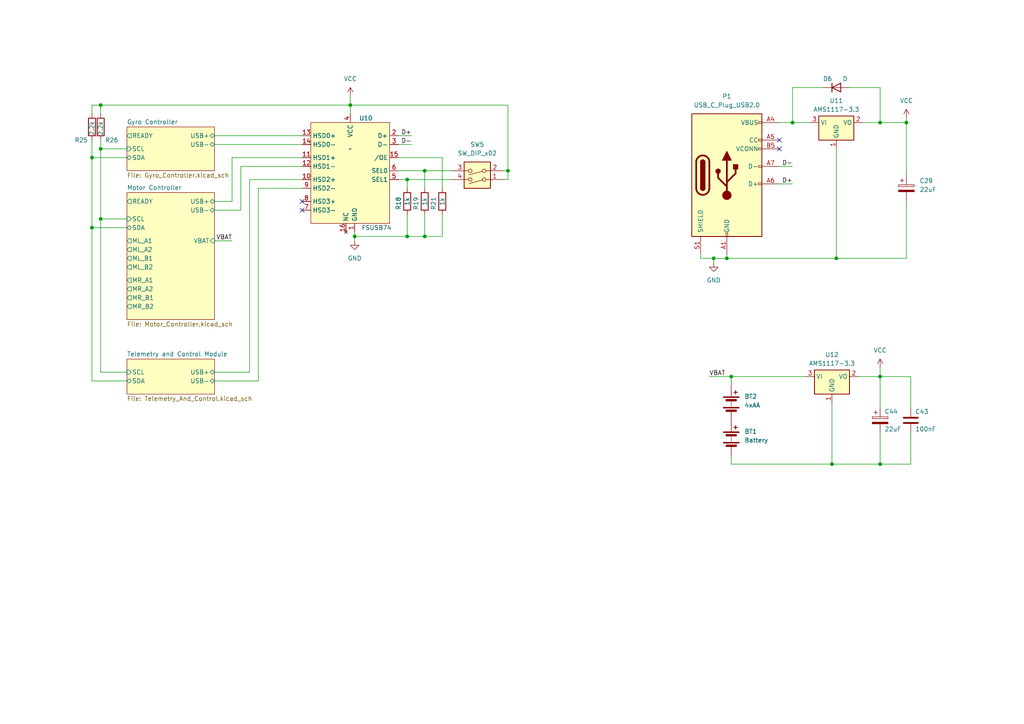
<source format=kicad_sch>
(kicad_sch (version 20230121) (generator eeschema)
  (paper "A4")
  (lib_symbols
    (symbol "Connector:USB_C_Plug_USB2.0" (pin_names (offset 1.016))
      (property "Reference" "P" (at -10.16 19.05 0))
      (property "Value" "USB_C_Plug_USB2.0" (at 12.7 19.05 0))
      (symbol "USB_C_Plug_USB2.0_0_0"
        (rectangle (start -0.254 -17.78) (end 0.254 -16.764))
        (rectangle (start 10.16 -2.286) (end 9.144 -2.794))
        (rectangle (start 10.16 2.794) (end 9.144 2.286))
        (rectangle (start 10.16 7.874) (end 9.144 7.366))
        (rectangle (start 10.16 10.414) (end 9.144 9.906))
        (rectangle (start 10.16 15.494) (end 9.144 14.986))
      )
      (symbol "USB_C_Plug_USB2.0_0_1"
        (rectangle (start -10.16 17.78) (end 10.16 -17.78) (stroke (width 0.254)) (fill (type background)))
        (arc (start -8.89 -3.81) (mid -6.985 -5.7067) (end -5.08 -3.81) (stroke (width 0.508)))
        (arc (start -7.62 -3.81) (mid -6.985 -4.4423) (end -6.35 -3.81) (stroke (width 0.254)))
        (arc (start -7.62 -3.81) (mid -6.985 -4.4423) (end -6.35 -3.81) (stroke (width 0.254)) (fill (type outline)))
        (rectangle (start -7.62 -3.81) (end -6.35 3.81) (stroke (width 0.254)) (fill (type outline)))
        (arc (start -6.35 3.81) (mid -6.985 4.4423) (end -7.62 3.81) (stroke (width 0.254)))
        (arc (start -6.35 3.81) (mid -6.985 4.4423) (end -7.62 3.81) (stroke (width 0.254)) (fill (type outline)))
        (arc (start -5.08 3.81) (mid -6.985 5.7067) (end -8.89 3.81) (stroke (width 0.508)))
        (circle (center -2.54 1.143) (radius 0.635) (stroke (width 0.254)) (fill (type outline)))
        (circle (center 0 -5.842) (radius 1.27) (fill (type outline)))
        (polyline (pts (xy -8.89 -3.81) (xy -8.89 3.81)) (stroke (width 0.508)))
        (polyline (pts (xy -5.08 3.81) (xy -5.08 -3.81)) (stroke (width 0.508)))
        (polyline (pts (xy 0 -5.842) (xy 0 4.318)) (stroke (width 0.508)))
        (polyline (pts (xy 0 -3.302) (xy -2.54 -0.762) (xy -2.54 0.508)) (stroke (width 0.508)))
        (polyline (pts (xy 0 -2.032) (xy 2.54 0.508) (xy 2.54 1.778)) (stroke (width 0.508)))
        (polyline (pts (xy -1.27 4.318) (xy 0 6.858) (xy 1.27 4.318) (xy -1.27 4.318)) (stroke (width 0.254)) (fill (type outline)))
        (rectangle (start 1.905 1.778) (end 3.175 3.048) (stroke (width 0.254)) (fill (type outline)))
      )
      (symbol "USB_C_Plug_USB2.0_1_1"
        (pin passive line (at 0 -22.86 90) (length 5.08) (name "GND") (number "A1"))
        (pin passive line (at 0 -22.86 90) (length 5.08) hide (name "GND") (number "A12"))
        (pin passive line (at 15.24 15.24 180) (length 5.08) (name "VBUS") (number "A4"))
        (pin bidirectional line (at 15.24 10.16 180) (length 5.08) (name "CC") (number "A5"))
        (pin bidirectional line (at 15.24 -2.54 180) (length 5.08) (name "D+") (number "A6"))
        (pin bidirectional line (at 15.24 2.54 180) (length 5.08) (name "D-") (number "A7"))
        (pin passive line (at 15.24 15.24 180) (length 5.08) hide (name "VBUS") (number "A9"))
        (pin passive line (at 0 -22.86 90) (length 5.08) hide (name "GND") (number "B1"))
        (pin passive line (at 0 -22.86 90) (length 5.08) hide (name "GND") (number "B12"))
        (pin passive line (at 15.24 15.24 180) (length 5.08) hide (name "VBUS") (number "B4"))
        (pin bidirectional line (at 15.24 7.62 180) (length 5.08) (name "VCONN") (number "B5"))
        (pin passive line (at 15.24 15.24 180) (length 5.08) hide (name "VBUS") (number "B9"))
        (pin passive line (at -7.62 -22.86 90) (length 5.08) (name "SHIELD") (number "S1"))
      )
    )
    (symbol "Device:Battery" (pin_numbers hide) (pin_names (offset 0) hide)
      (property "Reference" "BT" (at 2.54 2.54 0))
      (property "Value" "Battery" (at 2.54 0 0))
      (symbol "Battery_0_1"
        (rectangle (start -2.286 -1.27) (end 2.286 -1.524) (fill (type outline)))
        (rectangle (start -2.286 1.778) (end 2.286 1.524) (fill (type outline)))
        (rectangle (start -1.524 -2.032) (end 1.524 -2.54) (fill (type outline)))
        (rectangle (start -1.524 1.016) (end 1.524 0.508) (fill (type outline)))
        (polyline (pts (xy 0 -1.016) (xy 0 -0.762)))
        (polyline (pts (xy 0 -0.508) (xy 0 -0.254)))
        (polyline (pts (xy 0 0) (xy 0 0.254)))
        (polyline (pts (xy 0 1.778) (xy 0 2.54)))
        (polyline (pts (xy 0.762 3.048) (xy 1.778 3.048)) (stroke (width 0.254)))
        (polyline (pts (xy 1.27 3.556) (xy 1.27 2.54)) (stroke (width 0.254)))
      )
      (symbol "Battery_1_1"
        (pin passive line (at 0 5.08 270) (length 2.54) (name "+") (number "1"))
        (pin passive line (at 0 -5.08 90) (length 2.54) (name "-") (number "2"))
      )
    )
    (symbol "Device:C" (pin_numbers hide) (pin_names (offset 0.254))
      (property "Reference" "C" (at 0.635 2.54 0))
      (property "Value" "C" (at 0.635 -2.54 0))
      (symbol "C_0_1"
        (polyline (pts (xy -2.032 -0.762) (xy 2.032 -0.762)) (stroke (width 0.508)))
        (polyline (pts (xy -2.032 0.762) (xy 2.032 0.762)) (stroke (width 0.508)))
      )
      (symbol "C_1_1"
        (pin passive line (at 0 3.81 270) (length 2.794) (name "~") (number "1"))
        (pin passive line (at 0 -3.81 90) (length 2.794) (name "~") (number "2"))
      )
    )
    (symbol "Device:C_Polarized" (pin_numbers hide) (pin_names (offset 0.254))
      (property "Reference" "C" (at 0.635 2.54 0))
      (property "Value" "C_Polarized" (at 0.635 -2.54 0))
      (symbol "C_Polarized_0_1"
        (rectangle (start -2.286 0.508) (end 2.286 1.016))
        (polyline (pts (xy -1.778 2.286) (xy -0.762 2.286)))
        (polyline (pts (xy -1.27 2.794) (xy -1.27 1.778)))
        (rectangle (start 2.286 -0.508) (end -2.286 -1.016) (fill (type outline)))
      )
      (symbol "C_Polarized_1_1"
        (pin passive line (at 0 3.81 270) (length 2.794) (name "~") (number "1"))
        (pin passive line (at 0 -3.81 90) (length 2.794) (name "~") (number "2"))
      )
    )
    (symbol "Device:D" (pin_numbers hide) (pin_names (offset 1.016) hide)
      (property "Reference" "D" (at 0 2.54 0))
      (property "Value" "D" (at 0 -2.54 0))
      (symbol "D_0_1"
        (polyline (pts (xy -1.27 1.27) (xy -1.27 -1.27)) (stroke (width 0.254)))
        (polyline (pts (xy 1.27 0) (xy -1.27 0)))
        (polyline (pts (xy 1.27 1.27) (xy 1.27 -1.27) (xy -1.27 0) (xy 1.27 1.27)) (stroke (width 0.254)))
      )
      (symbol "D_1_1"
        (pin passive line (at -3.81 0 0) (length 2.54) (name "K") (number "1"))
        (pin passive line (at 3.81 0 180) (length 2.54) (name "A") (number "2"))
      )
    )
    (symbol "Device:R" (pin_numbers hide) (pin_names (offset 0))
      (property "Reference" "R" (at 2.032 0 90))
      (property "Value" "R" (at 0 0 90))
      (symbol "R_0_1"
        (rectangle (start -1.016 -2.54) (end 1.016 2.54) (stroke (width 0.254)))
      )
      (symbol "R_1_1"
        (pin passive line (at 0 3.81 270) (length 1.27) (name "~") (number "1"))
        (pin passive line (at 0 -3.81 90) (length 1.27) (name "~") (number "2"))
      )
    )
    (symbol "FSUSB74:FSUSB74"
      (property "Reference" "U" (at 3.81 16.51 0))
      (symbol "FSUSB74_1_1"
        (rectangle (start -11.43 13.97) (end 11.43 -15.24) (fill (type background)))
        (text "FSUSB74" (at 7.62 -16.51 0) (effects (font (size 1.27 1.27))))
        (pin power_in line (at 1.27 -17.78 90) (length 2.54) (name "GND") (number "1"))
        (pin bidirectional line (at -13.97 -2.54 0) (length 2.54) (name "HSD2+") (number "10"))
        (pin bidirectional line (at -13.97 3.81 0) (length 2.54) (name "HSD1+") (number "11"))
        (pin bidirectional line (at -13.97 1.27 0) (length 2.54) (name "HSD1-") (number "12"))
        (pin bidirectional line (at -13.97 10.16 0) (length 2.54) (name "HSD0+") (number "13"))
        (pin bidirectional line (at -13.97 7.62 0) (length 2.54) (name "HSD0-") (number "14"))
        (pin input line (at 13.97 3.81 180) (length 2.54) (name "/OE") (number "15"))
        (pin no_connect line (at -1.27 -17.78 90) (length 2.54) (name "NC") (number "16"))
        (pin bidirectional line (at 13.97 10.16 180) (length 2.54) (name "D+") (number "2"))
        (pin bidirectional line (at 13.97 7.62 180) (length 2.54) (name "D-") (number "3"))
        (pin power_in line (at 0 16.51 270) (length 2.54) (name "VCC") (number "4"))
        (pin input line (at 13.97 -2.54 180) (length 2.54) (name "SEL1") (number "5"))
        (pin input line (at 13.97 0 180) (length 2.54) (name "SEL0") (number "6"))
        (pin bidirectional line (at -13.97 -11.43 0) (length 2.54) (name "HSD3-") (number "7"))
        (pin bidirectional line (at -13.97 -8.89 0) (length 2.54) (name "HSD3+") (number "8"))
        (pin bidirectional line (at -13.97 -5.08 0) (length 2.54) (name "HSD2-") (number "9"))
      )
    )
    (symbol "Regulator_Linear:AMS1117-3.3"
      (property "Reference" "U" (at -3.81 3.175 0))
      (property "Value" "AMS1117-3.3" (at 0 3.175 0))
      (symbol "AMS1117-3.3_0_1"
        (rectangle (start -5.08 -5.08) (end 5.08 1.905) (stroke (width 0.254)) (fill (type background)))
      )
      (symbol "AMS1117-3.3_1_1"
        (pin power_in line (at 0 -7.62 90) (length 2.54) (name "GND") (number "1"))
        (pin power_out line (at 7.62 0 180) (length 2.54) (name "VO") (number "2"))
        (pin power_in line (at -7.62 0 0) (length 2.54) (name "VI") (number "3"))
      )
    )
    (symbol "Switch:SW_DIP_x02" (pin_names (offset 0) hide)
      (property "Reference" "SW" (at 0 6.35 0))
      (property "Value" "SW_DIP_x02" (at 0 -3.81 0))
      (symbol "SW_DIP_x02_0_0"
        (circle (center -2.032 0) (radius 0.508))
        (circle (center -2.032 2.54) (radius 0.508))
        (polyline (pts (xy -1.524 0.127) (xy 2.3622 1.1684)))
        (polyline (pts (xy -1.524 2.667) (xy 2.3622 3.7084)))
        (circle (center 2.032 0) (radius 0.508))
        (circle (center 2.032 2.54) (radius 0.508))
      )
      (symbol "SW_DIP_x02_0_1"
        (rectangle (start -3.81 5.08) (end 3.81 -2.54) (stroke (width 0.254)) (fill (type background)))
      )
      (symbol "SW_DIP_x02_1_1"
        (pin passive line (at -7.62 2.54 0) (length 5.08) (name "~") (number "1"))
        (pin passive line (at -7.62 0 0) (length 5.08) (name "~") (number "2"))
        (pin passive line (at 7.62 0 180) (length 5.08) (name "~") (number "3"))
        (pin passive line (at 7.62 2.54 180) (length 5.08) (name "~") (number "4"))
      )
    )
    (symbol "power:GND" (power) (pin_names (offset 0))
      (property "Value" "GND" (at 0 -3.81 0))
      (symbol "GND_0_1"
        (polyline (pts (xy 0 0) (xy 0 -1.27) (xy 1.27 -1.27) (xy 0 -2.54) (xy -1.27 -1.27) (xy 0 -1.27)))
      )
      (symbol "GND_1_1"
        (pin power_in line (at 0 0 270) (length 0) hide (name "GND") (number "1"))
      )
    )
    (symbol "power:VCC" (power) (pin_names (offset 0))
      (property "Value" "VCC" (at 0 3.81 0))
      (symbol "VCC_0_1"
        (polyline (pts (xy -0.762 1.27) (xy 0 2.54)))
        (polyline (pts (xy 0 0) (xy 0 2.54)))
        (polyline (pts (xy 0 2.54) (xy 0.762 1.27)))
      )
      (symbol "VCC_1_1"
        (pin power_in line (at 0 0 90) (length 0) hide (name "VCC") (number "1"))
      )
    )
  )
  (junction (at 123.19 49.53))
  (junction (at 29.21 30.48))
  (junction (at 241.3 134.62))
  (junction (at 29.21 43.18))
  (junction (at 262.89 35.56))
  (junction (at 101.6 30.48))
  (junction (at 255.27 109.22))
  (junction (at 207.01 74.93))
  (junction (at 102.87 68.58))
  (junction (at 123.19 68.58))
  (junction (at 147.32 49.53))
  (junction (at 212.09 109.22))
  (junction (at 255.27 134.62))
  (junction (at 255.27 35.56))
  (junction (at 26.67 66.04))
  (junction (at 229.87 35.56))
  (junction (at 118.11 68.58))
  (junction (at 242.57 74.93))
  (junction (at 210.82 74.93))
  (junction (at 118.11 52.07))
  (junction (at 26.67 45.72))
  (junction (at 29.21 63.5))
  (no_connect (at 87.63 58.42))
  (no_connect (at 226.06 43.18))
  (no_connect (at 226.06 40.64))
  (no_connect (at 87.63 60.96))
  (wire (pts (xy 26.67 110.49) (xy 36.83 110.49)))
  (wire (pts (xy 226.06 53.34) (xy 229.87 53.34)))
  (wire (pts (xy 147.32 30.48) (xy 147.32 49.53)))
  (wire (pts (xy 29.21 30.48) (xy 101.6 30.48)))
  (wire (pts (xy 26.67 40.64) (xy 26.67 45.72)))
  (wire (pts (xy 29.21 33.02) (xy 29.21 30.48)))
  (wire (pts (xy 118.11 68.58) (xy 123.19 68.58)))
  (wire (pts (xy 115.57 52.07) (xy 118.11 52.07)))
  (wire (pts (xy 248.92 109.22) (xy 255.27 109.22)))
  (wire (pts (xy 62.23 110.49) (xy 74.93 110.49)))
  (wire (pts (xy 29.21 63.5) (xy 29.21 43.18)))
  (wire (pts (xy 255.27 125.73) (xy 255.27 134.62)))
  (wire (pts (xy 118.11 52.07) (xy 118.11 54.61)))
  (wire (pts (xy 212.09 109.22) (xy 212.09 111.76)))
  (wire (pts (xy 29.21 107.95) (xy 29.21 63.5)))
  (wire (pts (xy 115.57 41.91) (xy 119.38 41.91)))
  (wire (pts (xy 128.27 68.58) (xy 128.27 62.23)))
  (wire (pts (xy 72.39 107.95) (xy 72.39 52.07)))
  (wire (pts (xy 67.31 45.72) (xy 67.31 58.42)))
  (wire (pts (xy 115.57 49.53) (xy 123.19 49.53)))
  (wire (pts (xy 262.89 58.42) (xy 262.89 74.93)))
  (wire (pts (xy 255.27 109.22) (xy 264.16 109.22)))
  (wire (pts (xy 123.19 49.53) (xy 130.81 49.53)))
  (wire (pts (xy 264.16 109.22) (xy 264.16 118.11)))
  (wire (pts (xy 147.32 52.07) (xy 146.05 52.07)))
  (wire (pts (xy 101.6 30.48) (xy 147.32 30.48)))
  (wire (pts (xy 118.11 52.07) (xy 130.81 52.07)))
  (wire (pts (xy 36.83 63.5) (xy 29.21 63.5)))
  (wire (pts (xy 74.93 110.49) (xy 74.93 54.61)))
  (wire (pts (xy 205.74 109.22) (xy 212.09 109.22)))
  (wire (pts (xy 62.23 41.91) (xy 87.63 41.91)))
  (wire (pts (xy 229.87 25.4) (xy 229.87 35.56)))
  (wire (pts (xy 118.11 62.23) (xy 118.11 68.58)))
  (wire (pts (xy 207.01 74.93) (xy 210.82 74.93)))
  (wire (pts (xy 264.16 125.73) (xy 264.16 134.62)))
  (wire (pts (xy 36.83 45.72) (xy 26.67 45.72)))
  (wire (pts (xy 255.27 109.22) (xy 255.27 118.11)))
  (wire (pts (xy 262.89 35.56) (xy 262.89 50.8)))
  (wire (pts (xy 69.85 60.96) (xy 69.85 48.26)))
  (wire (pts (xy 147.32 49.53) (xy 147.32 52.07)))
  (wire (pts (xy 128.27 45.72) (xy 128.27 54.61)))
  (wire (pts (xy 74.93 54.61) (xy 87.63 54.61)))
  (wire (pts (xy 69.85 48.26) (xy 87.63 48.26)))
  (wire (pts (xy 226.06 35.56) (xy 229.87 35.56)))
  (wire (pts (xy 255.27 109.22) (xy 255.27 106.68)))
  (wire (pts (xy 255.27 25.4) (xy 255.27 35.56)))
  (wire (pts (xy 26.67 30.48) (xy 29.21 30.48)))
  (wire (pts (xy 26.67 45.72) (xy 26.67 66.04)))
  (wire (pts (xy 233.68 109.22) (xy 212.09 109.22)))
  (wire (pts (xy 62.23 107.95) (xy 72.39 107.95)))
  (wire (pts (xy 255.27 35.56) (xy 262.89 35.56)))
  (wire (pts (xy 238.76 25.4) (xy 229.87 25.4)))
  (wire (pts (xy 207.01 74.93) (xy 207.01 76.2)))
  (wire (pts (xy 210.82 74.93) (xy 242.57 74.93)))
  (wire (pts (xy 250.19 35.56) (xy 255.27 35.56)))
  (wire (pts (xy 87.63 45.72) (xy 67.31 45.72)))
  (wire (pts (xy 241.3 134.62) (xy 241.3 116.84)))
  (wire (pts (xy 26.67 66.04) (xy 36.83 66.04)))
  (wire (pts (xy 62.23 39.37) (xy 87.63 39.37)))
  (wire (pts (xy 26.67 66.04) (xy 26.67 110.49)))
  (wire (pts (xy 264.16 134.62) (xy 255.27 134.62)))
  (wire (pts (xy 102.87 68.58) (xy 102.87 69.85)))
  (wire (pts (xy 115.57 39.37) (xy 119.38 39.37)))
  (wire (pts (xy 26.67 30.48) (xy 26.67 33.02)))
  (wire (pts (xy 246.38 25.4) (xy 255.27 25.4)))
  (wire (pts (xy 262.89 74.93) (xy 242.57 74.93)))
  (wire (pts (xy 242.57 74.93) (xy 242.57 43.18)))
  (wire (pts (xy 67.31 58.42) (xy 62.23 58.42)))
  (wire (pts (xy 29.21 43.18) (xy 36.83 43.18)))
  (wire (pts (xy 212.09 134.62) (xy 212.09 132.08)))
  (wire (pts (xy 102.87 67.31) (xy 102.87 68.58)))
  (wire (pts (xy 123.19 68.58) (xy 123.19 62.23)))
  (wire (pts (xy 101.6 30.48) (xy 101.6 33.02)))
  (wire (pts (xy 203.2 73.66) (xy 203.2 74.93)))
  (wire (pts (xy 36.83 107.95) (xy 29.21 107.95)))
  (wire (pts (xy 123.19 49.53) (xy 123.19 54.61)))
  (wire (pts (xy 62.23 69.85) (xy 67.31 69.85)))
  (wire (pts (xy 101.6 27.94) (xy 101.6 30.48)))
  (wire (pts (xy 123.19 68.58) (xy 128.27 68.58)))
  (wire (pts (xy 62.23 60.96) (xy 69.85 60.96)))
  (wire (pts (xy 29.21 40.64) (xy 29.21 43.18)))
  (wire (pts (xy 212.09 134.62) (xy 241.3 134.62)))
  (wire (pts (xy 115.57 45.72) (xy 128.27 45.72)))
  (wire (pts (xy 255.27 134.62) (xy 241.3 134.62)))
  (wire (pts (xy 262.89 35.56) (xy 262.89 34.29)))
  (wire (pts (xy 203.2 74.93) (xy 207.01 74.93)))
  (wire (pts (xy 72.39 52.07) (xy 87.63 52.07)))
  (wire (pts (xy 229.87 35.56) (xy 234.95 35.56)))
  (wire (pts (xy 146.05 49.53) (xy 147.32 49.53)))
  (wire (pts (xy 210.82 74.93) (xy 210.82 73.66)))
  (wire (pts (xy 226.06 48.26) (xy 229.87 48.26)))
  (wire (pts (xy 102.87 68.58) (xy 118.11 68.58)))
  (label "D+" (at 229.87 53.34 180))
  (label "VBAT" (at 67.31 69.85 180))
  (label "D-" (at 119.38 41.91 180))
  (label "D-" (at 229.87 48.26 180))
  (label "VBAT" (at 205.74 109.22 0))
  (label "D+" (at 119.38 39.37 180))
  (symbol (lib_id "power:VCC") (at 255.27 106.68 0) (unit 1)
    (property "Reference" "#PWR027" (effects hide))
    (property "Value" "VCC" (at 255.27 101.6 0))
  )
  (symbol (lib_id "Device:C_Polarized") (at 255.27 121.92 0) (unit 1)
    (property "Reference" "C44" (at 256.54 119.38 0) (effects (justify left)))
    (property "Value" "22uF" (at 256.54 124.46 0) (effects (justify left)))
  )
  (symbol (lib_id "Regulator_Linear:AMS1117-3.3") (at 241.3 109.22 0) (unit 1)
    (property "Reference" "U12" (at 241.3 102.87 0))
    (property "Value" "AMS1117-3.3" (at 241.3 105.41 0))
    (property "Footprint" "Package_TO_SOT_SMD:SOT-223-3_TabPin2" (effects hide))
    (property "Datasheet" "http://www.advanced-monolithic.com/pdf/ds1117.pdf" (effects hide))
  )
  (symbol (lib_id "Device:R") (at 123.19 58.42 0) (unit 1)
    (property "Reference" "R19" (at 120.65 60.96 90) (effects (justify left)))
    (property "Value" "1k" (at 123.19 59.69 90) (effects (justify left)))
  )
  (symbol (lib_id "FSUSB74:FSUSB74") (at 101.6 49.53 0) (unit 1)
    (property "Reference" "U10" (at 104.14 34.29 0) (effects (justify left)))
    (property "Value" "~" (at 101.6 43.18 0))
    (property "Footprint" "Package_DFN_QFN:QFN-16-1EP_3x3mm_P0.5mm_EP1.7x1.7mm" (effects hide))
    (property "Datasheet" "https://www.mouser.com/datasheet/2/308/1/FSUSB74_D-2314427.pdf" (effects hide))
  )
  (symbol (lib_id "Regulator_Linear:AMS1117-3.3") (at 242.57 35.56 0) (unit 1)
    (property "Reference" "U11" (at 242.57 29.21 0))
    (property "Value" "AMS1117-3.3" (at 242.57 31.75 0))
    (property "Footprint" "Package_TO_SOT_SMD:SOT-223-3_TabPin2" (effects hide))
    (property "Datasheet" "http://www.advanced-monolithic.com/pdf/ds1117.pdf" (effects hide))
  )
  (symbol (lib_id "Connector:USB_C_Plug_USB2.0") (at 210.82 50.8 0) (unit 1)
    (property "Reference" "P1" (at 210.82 27.94 0))
    (property "Value" "USB_C_Plug_USB2.0" (at 210.82 30.48 0))
    (property "Datasheet" "https://www.usb.org/sites/default/files/documents/usb_type-c.zip" (effects hide))
  )
  (symbol (lib_id "Device:R") (at 29.21 36.83 0) (unit 1)
    (property "Reference" "R26" (at 30.48 40.64 0) (effects (justify left)))
    (property "Value" "2.2k" (at 29.21 39.37 90) (effects (justify left)))
  )
  (symbol (lib_id "Device:Battery") (at 212.09 127 0) (unit 1)
    (property "Reference" "BT1" (at 215.9 125.1585 0) (effects (justify left)))
    (property "Value" "Battery" (at 215.9 127.6985 0) (effects (justify left)))
  )
  (symbol (lib_id "Device:C") (at 264.16 121.92 0) (unit 1)
    (property "Reference" "C43" (at 265.43 119.38 0) (effects (justify left)))
    (property "Value" "100nF" (at 265.43 124.46 0) (effects (justify left)))
  )
  (symbol (lib_id "Switch:SW_DIP_x02") (at 138.43 49.53 180) (unit 1)
    (property "Reference" "SW5" (at 138.43 41.91 0))
    (property "Value" "SW_DIP_x02" (at 138.43 44.45 0))
  )
  (symbol (lib_id "power:GND") (at 207.01 76.2 0) (unit 1)
    (property "Reference" "#PWR025" (effects hide))
    (property "Value" "GND" (at 207.01 81.28 0))
  )
  (symbol (lib_id "Device:D") (at 242.57 25.4 0) (unit 1)
    (property "Reference" "D6" (at 240.03 22.86 0))
    (property "Value" "D" (at 245.11 22.86 0))
    (property "Sim.Device" "D" (effects hide))
    (property "Sim.Pins" "1=K 2=A" (effects hide))
  )
  (symbol (lib_id "power:VCC") (at 101.6 27.94 0) (unit 1)
    (property "Reference" "#PWR024" (effects hide))
    (property "Value" "VCC" (at 101.6 22.86 0))
  )
  (symbol (lib_id "power:VCC") (at 262.89 34.29 0) (unit 1)
    (property "Reference" "#PWR026" (effects hide))
    (property "Value" "VCC" (at 262.89 29.21 0))
  )
  (symbol (lib_id "Device:R") (at 26.67 36.83 0) (unit 1)
    (property "Reference" "R25" (at 21.59 40.64 0) (effects (justify left)))
    (property "Value" "2.2k" (at 26.67 39.37 90) (effects (justify left)))
  )
  (symbol (lib_id "Device:Battery") (at 212.09 116.84 0) (unit 1)
    (property "Reference" "BT2" (at 215.9 114.9985 0) (effects (justify left)))
    (property "Value" "4xAA" (at 215.9 117.5385 0) (effects (justify left)))
  )
  (symbol (lib_id "Device:R") (at 118.11 58.42 0) (unit 1)
    (property "Reference" "R18" (at 115.57 60.96 90) (effects (justify left)))
    (property "Value" "1k" (at 118.11 59.69 90) (effects (justify left)))
  )
  (symbol (lib_id "Device:C_Polarized") (at 262.89 54.61 0) (unit 1)
    (property "Reference" "C29" (at 266.7 52.451 0) (effects (justify left)))
    (property "Value" "22uF" (at 266.7 54.991 0) (effects (justify left)))
  )
  (symbol (lib_id "Device:R") (at 128.27 58.42 0) (unit 1)
    (property "Reference" "R21" (at 125.73 60.96 90) (effects (justify left)))
    (property "Value" "1k" (at 128.27 59.69 90) (effects (justify left)))
  )
  (symbol (lib_id "power:GND") (at 102.87 69.85 0) (unit 1)
    (property "Reference" "#PWR023" (effects hide))
    (property "Value" "GND" (at 102.87 74.93 0))
  )
  (sheet (at 36.83 104.14) (size 25.4 10.16) (stroke (width 0.1524)) (fill (color 255 255 194 1.0000))
    (property "Sheetname" "Telemetry and Control Module" (at 36.83 103.4284 0) (effects (justify left bottom)))
    (property "Sheetfile" "Telemetry_And_Control.kicad_sch" (at 36.83 114.8846 0) (effects (justify left top)))
    (pin "SCL" input (at 36.83 107.95 180))
    (pin "USB-" bidirectional (at 62.23 110.49 0))
    (pin "USB+" bidirectional (at 62.23 107.95 0))
    (pin "SDA" bidirectional (at 36.83 110.49 180))
  )
  (sheet (at 36.83 36.83) (size 25.4 12.7) (stroke (width 0.1524)) (fill (color 255 255 194 1.0000))
    (property "Sheetname" "Gyro Controller" (at 36.83 36.1184 0) (effects (justify left bottom)))
    (property "Sheetfile" "Gyro_Controller.kicad_sch" (at 36.83 50.1146 0) (effects (justify left top)))
    (pin "SCL" input (at 36.83 43.18 180))
    (pin "READY" output (at 36.83 39.37 180))
    (pin "SDA" bidirectional (at 36.83 45.72 180))
    (pin "USB+" bidirectional (at 62.23 39.37 0))
    (pin "USB-" bidirectional (at 62.23 41.91 0))
  )
  (sheet (at 36.83 55.88) (size 25.4 36.83) (stroke (width 0.1524)) (fill (color 255 255 194 1.0000))
    (property "Sheetname" "Motor Controller" (at 36.83 55.1684 0) (effects (justify left bottom)))
    (property "Sheetfile" "Motor_Controller.kicad_sch" (at 36.83 93.2946 0) (effects (justify left top)))
    (pin "SCL" input (at 36.83 63.5 180))
    (pin "READY" output (at 36.83 58.42 180))
    (pin "SDA" bidirectional (at 36.83 66.04 180))
    (pin "USB+" bidirectional (at 62.23 58.42 0))
    (pin "USB-" bidirectional (at 62.23 60.96 0))
    (pin "ML_B1" output (at 36.83 74.93 180))
    (pin "ML_A2" output (at 36.83 72.39 180))
    (pin "ML_B2" output (at 36.83 77.47 180))
    (pin "MR_B2" output (at 36.83 88.9 180))
    (pin "MR_A1" output (at 36.83 81.28 180))
    (pin "MR_B1" output (at 36.83 86.36 180))
    (pin "MR_A2" output (at 36.83 83.82 180))
    (pin "ML_A1" output (at 36.83 69.85 180))
    (pin "VBAT" input (at 62.23 69.85 0))
  )
)
</source>
